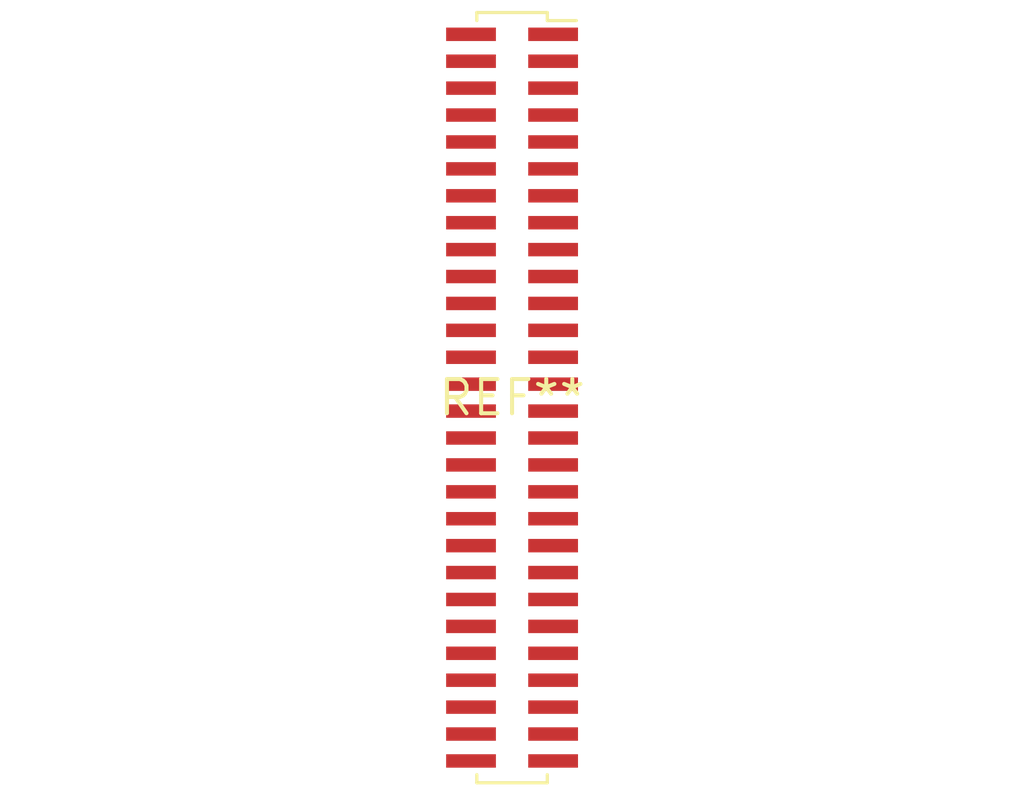
<source format=kicad_pcb>
(kicad_pcb (version 20240108) (generator pcbnew)
  (layers (0 "F.Cu" signal) (31 "B.Cu" signal) (34 "B.Paste" user) (35 "F.Paste" user) (36 "B.SilkS" user "B.Silkscreen") (37 "F.SilkS" user "F.Silkscreen") (38 "B.Mask" user) (39 "F.Mask" user) (44 "Edge.Cuts" user))
  (net 0 "")
  (footprint "PinSocket_2x28_P1.00mm_Vertical_SMD" (layer "F.Cu") (at 0 0)
    (property "Reference" "REF**")
    (property "Value" "PinSocket_2x28_P1.00mm_Vertical_SMD")
    (fp_line (start -1.31 -14.31) (end -1.31 -14.01) (layer "F.SilkS") (stroke (width 0.12)))
    (fp_line (start -1.31 -14.31) (end 1.31 -14.31) (layer "F.SilkS") (stroke (width 0.12)))
    (fp_line (start -1.31 14.01) (end -1.31 14.31) (layer "F.SilkS") (stroke (width 0.12)))
    (fp_line (start -1.31 14.31) (end 1.31 14.31) (layer "F.SilkS") (stroke (width 0.12)))
    (fp_line (start 1.31 -14.31) (end 1.31 -14.01) (layer "F.SilkS") (stroke (width 0.12)))
    (fp_line (start 1.31 -14.01) (end 2.39 -14.01) (layer "F.SilkS") (stroke (width 0.12)))
    (fp_line (start 1.31 14.01) (end 1.31 14.31) (layer "F.SilkS") (stroke (width 0.12)))
    (pad "1" smd rect (at 1.525 -13.5) (size 1.85 0.5) (layers "F.Cu" "F.Paste" "F.Mask"))
    (pad "2" smd rect (at -1.525 -13.5) (size 1.85 0.5) (layers "F.Cu" "F.Paste" "F.Mask"))
    (pad "3" smd rect (at 1.525 -12.5) (size 1.85 0.5) (layers "F.Cu" "F.Paste" "F.Mask"))
    (pad "4" smd rect (at -1.525 -12.5) (size 1.85 0.5) (layers "F.Cu" "F.Paste" "F.Mask"))
    (pad "5" smd rect (at 1.525 -11.5) (size 1.85 0.5) (layers "F.Cu" "F.Paste" "F.Mask"))
    (pad "6" smd rect (at -1.525 -11.5) (size 1.85 0.5) (layers "F.Cu" "F.Paste" "F.Mask"))
    (pad "7" smd rect (at 1.525 -10.5) (size 1.85 0.5) (layers "F.Cu" "F.Paste" "F.Mask"))
    (pad "8" smd rect (at -1.525 -10.5) (size 1.85 0.5) (layers "F.Cu" "F.Paste" "F.Mask"))
    (pad "9" smd rect (at 1.525 -9.5) (size 1.85 0.5) (layers "F.Cu" "F.Paste" "F.Mask"))
    (pad "10" smd rect (at -1.525 -9.5) (size 1.85 0.5) (layers "F.Cu" "F.Paste" "F.Mask"))
    (pad "11" smd rect (at 1.525 -8.5) (size 1.85 0.5) (layers "F.Cu" "F.Paste" "F.Mask"))
    (pad "12" smd rect (at -1.525 -8.5) (size 1.85 0.5) (layers "F.Cu" "F.Paste" "F.Mask"))
    (pad "13" smd rect (at 1.525 -7.5) (size 1.85 0.5) (layers "F.Cu" "F.Paste" "F.Mask"))
    (pad "14" smd rect (at -1.525 -7.5) (size 1.85 0.5) (layers "F.Cu" "F.Paste" "F.Mask"))
    (pad "15" smd rect (at 1.525 -6.5) (size 1.85 0.5) (layers "F.Cu" "F.Paste" "F.Mask"))
    (pad "16" smd rect (at -1.525 -6.5) (size 1.85 0.5) (layers "F.Cu" "F.Paste" "F.Mask"))
    (pad "17" smd rect (at 1.525 -5.5) (size 1.85 0.5) (layers "F.Cu" "F.Paste" "F.Mask"))
    (pad "18" smd rect (at -1.525 -5.5) (size 1.85 0.5) (layers "F.Cu" "F.Paste" "F.Mask"))
    (pad "19" smd rect (at 1.525 -4.5) (size 1.85 0.5) (layers "F.Cu" "F.Paste" "F.Mask"))
    (pad "20" smd rect (at -1.525 -4.5) (size 1.85 0.5) (layers "F.Cu" "F.Paste" "F.Mask"))
    (pad "21" smd rect (at 1.525 -3.5) (size 1.85 0.5) (layers "F.Cu" "F.Paste" "F.Mask"))
    (pad "22" smd rect (at -1.525 -3.5) (size 1.85 0.5) (layers "F.Cu" "F.Paste" "F.Mask"))
    (pad "23" smd rect (at 1.525 -2.5) (size 1.85 0.5) (layers "F.Cu" "F.Paste" "F.Mask"))
    (pad "24" smd rect (at -1.525 -2.5) (size 1.85 0.5) (layers "F.Cu" "F.Paste" "F.Mask"))
    (pad "25" smd rect (at 1.525 -1.5) (size 1.85 0.5) (layers "F.Cu" "F.Paste" "F.Mask"))
    (pad "26" smd rect (at -1.525 -1.5) (size 1.85 0.5) (layers "F.Cu" "F.Paste" "F.Mask"))
    (pad "27" smd rect (at 1.525 -0.5) (size 1.85 0.5) (layers "F.Cu" "F.Paste" "F.Mask"))
    (pad "28" smd rect (at -1.525 -0.5) (size 1.85 0.5) (layers "F.Cu" "F.Paste" "F.Mask"))
    (pad "29" smd rect (at 1.525 0.5) (size 1.85 0.5) (layers "F.Cu" "F.Paste" "F.Mask"))
    (pad "30" smd rect (at -1.525 0.5) (size 1.85 0.5) (layers "F.Cu" "F.Paste" "F.Mask"))
    (pad "31" smd rect (at 1.525 1.5) (size 1.85 0.5) (layers "F.Cu" "F.Paste" "F.Mask"))
    (pad "32" smd rect (at -1.525 1.5) (size 1.85 0.5) (layers "F.Cu" "F.Paste" "F.Mask"))
    (pad "33" smd rect (at 1.525 2.5) (size 1.85 0.5) (layers "F.Cu" "F.Paste" "F.Mask"))
    (pad "34" smd rect (at -1.525 2.5) (size 1.85 0.5) (layers "F.Cu" "F.Paste" "F.Mask"))
    (pad "35" smd rect (at 1.525 3.5) (size 1.85 0.5) (layers "F.Cu" "F.Paste" "F.Mask"))
    (pad "36" smd rect (at -1.525 3.5) (size 1.85 0.5) (layers "F.Cu" "F.Paste" "F.Mask"))
    (pad "37" smd rect (at 1.525 4.5) (size 1.85 0.5) (layers "F.Cu" "F.Paste" "F.Mask"))
    (pad "38" smd rect (at -1.525 4.5) (size 1.85 0.5) (layers "F.Cu" "F.Paste" "F.Mask"))
    (pad "39" smd rect (at 1.525 5.5) (size 1.85 0.5) (layers "F.Cu" "F.Paste" "F.Mask"))
    (pad "40" smd rect (at -1.525 5.5) (size 1.85 0.5) (layers "F.Cu" "F.Paste" "F.Mask"))
    (pad "41" smd rect (at 1.525 6.5) (size 1.85 0.5) (layers "F.Cu" "F.Paste" "F.Mask"))
    (pad "42" smd rect (at -1.525 6.5) (size 1.85 0.5) (layers "F.Cu" "F.Paste" "F.Mask"))
    (pad "43" smd rect (at 1.525 7.5) (size 1.85 0.5) (layers "F.Cu" "F.Paste" "F.Mask"))
    (pad "44" smd rect (at -1.525 7.5) (size 1.85 0.5) (layers "F.Cu" "F.Paste" "F.Mask"))
    (pad "45" smd rect (at 1.525 8.5) (size 1.85 0.5) (layers "F.Cu" "F.Paste" "F.Mask"))
    (pad "46" smd rect (at -1.525 8.5) (size 1.85 0.5) (layers "F.Cu" "F.Paste" "F.Mask"))
    (pad "47" smd rect (at 1.525 9.5) (size 1.85 0.5) (layers "F.Cu" "F.Paste" "F.Mask"))
    (pad "48" smd rect (at -1.525 9.5) (size 1.85 0.5) (layers "F.Cu" "F.Paste" "F.Mask"))
    (pad "49" smd rect (at 1.525 10.5) (size 1.85 0.5) (layers "F.Cu" "F.Paste" "F.Mask"))
    (pad "50" smd rect (at -1.525 10.5) (size 1.85 0.5) (layers "F.Cu" "F.Paste" "F.Mask"))
    (pad "51" smd rect (at 1.525 11.5) (size 1.85 0.5) (layers "F.Cu" "F.Paste" "F.Mask"))
    (pad "52" smd rect (at -1.525 11.5) (size 1.85 0.5) (layers "F.Cu" "F.Paste" "F.Mask"))
    (pad "53" smd rect (at 1.525 12.5) (size 1.85 0.5) (layers "F.Cu" "F.Paste" "F.Mask"))
    (pad "54" smd rect (at -1.525 12.5) (size 1.85 0.5) (layers "F.Cu" "F.Paste" "F.Mask"))
    (pad "55" smd rect (at 1.525 13.5) (size 1.85 0.5) (layers "F.Cu" "F.Paste" "F.Mask"))
    (pad "56" smd rect (at -1.525 13.5) (size 1.85 0.5) (layers "F.Cu" "F.Paste" "F.Mask"))
  )
)
</source>
